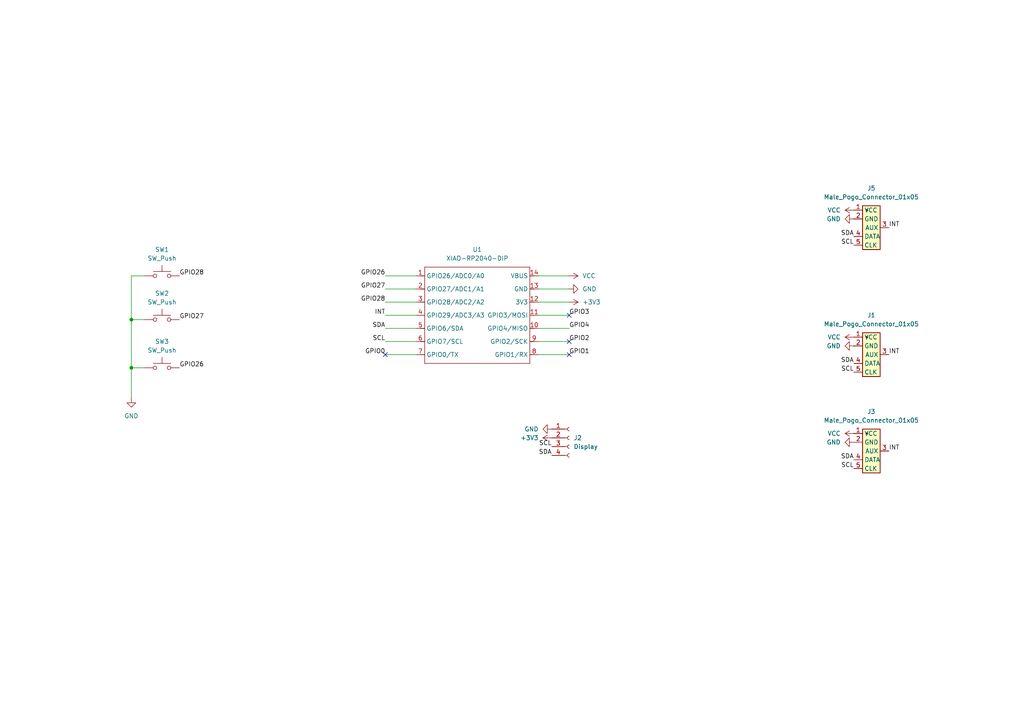
<source format=kicad_sch>
(kicad_sch (version 20250114) (generator "eeschema") (generator_version "9.0")
  (paper "A4")
  (lib_symbols
    (symbol "Conn_Pogo:Male_Pogo_Connector_01x05"
      (property "Reference" "J" (at 0 6.35 0))
      (property "Value" "Male_Pogo_Connector_01x05" (at 0 -8.89 0))
      (symbol "Male_Pogo_Connector_01x05_1_1"
        (rectangle (start -2.54 5.08) (end 2.54 -7.62) (stroke (width 0.254)) (fill (type background)))
        (circle (center -1.27 3.81) (radius 0.254) (fill (type outline)))
        (pin power_in line (at -5.08 3.81 0) (length 2.54) (name "VCC") (number "1"))
        (pin power_in line (at -5.08 1.27 0) (length 2.54) (name "GND") (number "2"))
        (pin bidirectional line (at -5.08 -3.81 0) (length 2.54) (name "DATA") (number "4"))
        (pin bidirectional line (at -5.08 -6.35 0) (length 2.54) (name "CLK") (number "5"))
        (pin bidirectional line (at 5.08 -1.27 180) (length 2.54) (name "AUX") (number "3"))
      )
    )
    (symbol "Connector:Conn_01x04_Socket" (pin_names (offset 1.016) (hide yes))
      (property "Reference" "J" (at 0 5.08 0))
      (property "Value" "Conn_01x04_Socket" (at 0 -7.62 0))
      (symbol "Conn_01x04_Socket_1_1"
        (polyline (pts (xy -1.27 2.54) (xy -0.508 2.54)) (stroke (width 0.1524)))
        (polyline (pts (xy -1.27 0) (xy -0.508 0)) (stroke (width 0.1524)))
        (polyline (pts (xy -1.27 -2.54) (xy -0.508 -2.54)) (stroke (width 0.1524)))
        (polyline (pts (xy -1.27 -5.08) (xy -0.508 -5.08)) (stroke (width 0.1524)))
        (arc (start 0 2.032) (mid -0.5058 2.54) (end 0 3.048) (stroke (width 0.1524)))
        (arc (start 0 -0.508) (mid -0.5058 0) (end 0 0.508) (stroke (width 0.1524)))
        (arc (start 0 -3.048) (mid -0.5058 -2.54) (end 0 -2.032) (stroke (width 0.1524)))
        (arc (start 0 -5.588) (mid -0.5058 -5.08) (end 0 -4.572) (stroke (width 0.1524)))
        (pin passive line (at -5.08 2.54 0) (length 3.81) (name "Pin_1") (number "1"))
        (pin passive line (at -5.08 0 0) (length 3.81) (name "Pin_2") (number "2"))
        (pin passive line (at -5.08 -2.54 0) (length 3.81) (name "Pin_3") (number "3"))
        (pin passive line (at -5.08 -5.08 0) (length 3.81) (name "Pin_4") (number "4"))
      )
    )
    (symbol "Seeed-Studio-Xiao:XIAO-RP2040-DIP"
      (property "Reference" "U" (at 0 0 0))
      (property "Value" "XIAO-RP2040-DIP" (at 5.334 -1.778 0))
      (symbol "XIAO-RP2040-DIP_1_0"
        (polyline (pts (xy -1.27 -2.54) (xy 29.21 -2.54)) (stroke (width 0.1524)))
        (polyline (pts (xy -1.27 -5.08) (xy -2.54 -5.08)) (stroke (width 0.1524)))
        (polyline (pts (xy -1.27 -5.08) (xy -1.27 -2.54)) (stroke (width 0.1524)))
        (polyline (pts (xy -1.27 -8.89) (xy -2.54 -8.89)) (stroke (width 0.1524)))
        (polyline (pts (xy -1.27 -8.89) (xy -1.27 -5.08)) (stroke (width 0.1524)))
        (polyline (pts (xy -1.27 -12.7) (xy -2.54 -12.7)) (stroke (width 0.1524)))
        (polyline (pts (xy -1.27 -12.7) (xy -1.27 -8.89)) (stroke (width 0.1524)))
        (polyline (pts (xy -1.27 -16.51) (xy -2.54 -16.51)) (stroke (width 0.1524)))
        (polyline (pts (xy -1.27 -16.51) (xy -1.27 -12.7)) (stroke (width 0.1524)))
        (polyline (pts (xy -1.27 -20.32) (xy -2.54 -20.32)) (stroke (width 0.1524)))
        (polyline (pts (xy -1.27 -24.13) (xy -2.54 -24.13)) (stroke (width 0.1524)))
        (polyline (pts (xy -1.27 -27.94) (xy -2.54 -27.94)) (stroke (width 0.1524)))
        (polyline (pts (xy -1.27 -30.48) (xy -1.27 -16.51)) (stroke (width 0.1524)))
        (polyline (pts (xy 29.21 -2.54) (xy 29.21 -5.08)) (stroke (width 0.1524)))
        (polyline (pts (xy 29.21 -5.08) (xy 29.21 -8.89)) (stroke (width 0.1524)))
        (polyline (pts (xy 29.21 -8.89) (xy 29.21 -12.7)) (stroke (width 0.1524)))
        (polyline (pts (xy 29.21 -12.7) (xy 29.21 -30.48)) (stroke (width 0.1524)))
        (polyline (pts (xy 29.21 -30.48) (xy -1.27 -30.48)) (stroke (width 0.1524)))
        (polyline (pts (xy 30.48 -5.08) (xy 29.21 -5.08)) (stroke (width 0.1524)))
        (polyline (pts (xy 30.48 -8.89) (xy 29.21 -8.89)) (stroke (width 0.1524)))
        (polyline (pts (xy 30.48 -12.7) (xy 29.21 -12.7)) (stroke (width 0.1524)))
        (polyline (pts (xy 30.48 -16.51) (xy 29.21 -16.51)) (stroke (width 0.1524)))
        (polyline (pts (xy 30.48 -20.32) (xy 29.21 -20.32)) (stroke (width 0.1524)))
        (polyline (pts (xy 30.48 -24.13) (xy 29.21 -24.13)) (stroke (width 0.1524)))
        (polyline (pts (xy 30.48 -27.94) (xy 29.21 -27.94)) (stroke (width 0.1524)))
        (pin passive line (at -3.81 -5.08 0) (length 2.54) (name "GPIO26/ADC0/A0") (number "1"))
        (pin passive line (at -3.81 -8.89 0) (length 2.54) (name "GPIO27/ADC1/A1") (number "2"))
        (pin passive line (at -3.81 -12.7 0) (length 2.54) (name "GPIO28/ADC2/A2") (number "3"))
        (pin passive line (at -3.81 -16.51 0) (length 2.54) (name "GPIO29/ADC3/A3") (number "4"))
        (pin passive line (at -3.81 -20.32 0) (length 2.54) (name "GPIO6/SDA") (number "5"))
        (pin passive line (at -3.81 -24.13 0) (length 2.54) (name "GPIO7/SCL") (number "6"))
        (pin passive line (at -3.81 -27.94 0) (length 2.54) (name "GPIO0/TX") (number "7"))
        (pin passive line (at 31.75 -5.08 180) (length 2.54) (name "VBUS") (number "14"))
        (pin passive line (at 31.75 -8.89 180) (length 2.54) (name "GND") (number "13"))
        (pin passive line (at 31.75 -12.7 180) (length 2.54) (name "3V3") (number "12"))
        (pin passive line (at 31.75 -16.51 180) (length 2.54) (name "GPIO3/MOSI") (number "11"))
        (pin passive line (at 31.75 -20.32 180) (length 2.54) (name "GPIO4/MISO") (number "10"))
        (pin passive line (at 31.75 -24.13 180) (length 2.54) (name "GPIO2/SCK") (number "9"))
        (pin passive line (at 31.75 -27.94 180) (length 2.54) (name "GPIO1/RX") (number "8"))
      )
    )
    (symbol "Switch:SW_Push" (pin_numbers (hide yes)) (pin_names (offset 1.016) (hide yes))
      (property "Reference" "SW" (at 1.27 2.54 0))
      (property "Value" "SW_Push" (at 0 -1.524 0))
      (symbol "SW_Push_0_1"
        (circle (center -2.032 0) (radius 0.508))
        (polyline (pts (xy 0 1.27) (xy 0 3.048)))
        (circle (center 2.032 0) (radius 0.508))
        (polyline (pts (xy 2.54 1.27) (xy -2.54 1.27)))
        (pin passive line (at -5.08 0 0) (length 2.54) (name "1") (number "1"))
        (pin passive line (at 5.08 0 180) (length 2.54) (name "2") (number "2"))
      )
    )
    (symbol "power:+3V3" (power) (pin_numbers (hide yes)) (pin_names (offset 0) (hide yes))
      (property "Value" "+3V3" (at 0 3.556 0))
      (symbol "+3V3_0_1"
        (polyline (pts (xy -0.762 1.27) (xy 0 2.54)))
        (polyline (pts (xy 0 2.54) (xy 0.762 1.27)))
        (polyline (pts (xy 0 0) (xy 0 2.54)))
      )
      (symbol "+3V3_1_1"
        (pin power_in line (at 0 0 90) (length 0) (name "~") (number "1"))
      )
    )
    (symbol "power:GND" (power) (pin_numbers (hide yes)) (pin_names (offset 0) (hide yes))
      (property "Value" "GND" (at 0 -3.81 0))
      (symbol "GND_0_1"
        (polyline (pts (xy 0 0) (xy 0 -1.27) (xy 1.27 -1.27) (xy 0 -2.54) (xy -1.27 -1.27) (xy 0 -1.27)))
      )
      (symbol "GND_1_1"
        (pin power_in line (at 0 0 270) (length 0) (name "~") (number "1"))
      )
    )
    (symbol "power:VCC" (power) (pin_numbers (hide yes)) (pin_names (offset 0) (hide yes))
      (property "Value" "VCC" (at 0 3.556 0))
      (symbol "VCC_0_1"
        (polyline (pts (xy -0.762 1.27) (xy 0 2.54)))
        (polyline (pts (xy 0 2.54) (xy 0.762 1.27)))
        (polyline (pts (xy 0 0) (xy 0 2.54)))
      )
      (symbol "VCC_1_1"
        (pin power_in line (at 0 0 90) (length 0) (name "~") (number "1"))
      )
    )
  )
  (junction (at 38.1 92.71))
  (junction (at 38.1 106.68))
  (no_connect (at 165.1 102.87))
  (no_connect (at 165.1 99.06))
  (no_connect (at 111.76 102.87))
  (no_connect (at 165.1 91.44))
  (wire (pts (xy 38.1 92.71) (xy 41.91 92.71)))
  (wire (pts (xy 156.21 87.63) (xy 165.1 87.63)))
  (wire (pts (xy 156.21 95.25) (xy 165.1 95.25)))
  (wire (pts (xy 111.76 102.87) (xy 120.65 102.87)))
  (wire (pts (xy 111.76 87.63) (xy 120.65 87.63)))
  (wire (pts (xy 111.76 83.82) (xy 120.65 83.82)))
  (wire (pts (xy 111.76 95.25) (xy 120.65 95.25)))
  (wire (pts (xy 156.21 83.82) (xy 165.1 83.82)))
  (wire (pts (xy 38.1 92.71) (xy 38.1 106.68)))
  (wire (pts (xy 156.21 102.87) (xy 165.1 102.87)))
  (wire (pts (xy 41.91 80.01) (xy 38.1 80.01)))
  (wire (pts (xy 156.21 99.06) (xy 165.1 99.06)))
  (wire (pts (xy 111.76 80.01) (xy 120.65 80.01)))
  (wire (pts (xy 38.1 106.68) (xy 41.91 106.68)))
  (wire (pts (xy 38.1 106.68) (xy 38.1 115.57)))
  (wire (pts (xy 156.21 91.44) (xy 165.1 91.44)))
  (wire (pts (xy 111.76 99.06) (xy 120.65 99.06)))
  (wire (pts (xy 111.76 91.44) (xy 120.65 91.44)))
  (wire (pts (xy 156.21 80.01) (xy 165.1 80.01)))
  (wire (pts (xy 38.1 80.01) (xy 38.1 92.71)))
  (label "GPIO26" (at 111.76 80.01 180))
  (label "SCL" (at 111.76 99.06 180))
  (label "INT" (at 111.76 91.44 180))
  (label "SDA" (at 111.76 95.25 180))
  (label "GPIO27" (at 52.07 92.71 0))
  (label "INT" (at 257.81 102.87 0))
  (label "GPIO27" (at 111.76 83.82 180))
  (label "INT" (at 257.81 130.81 0))
  (label "GPIO1" (at 165.1 102.87 0))
  (label "GPIO28" (at 52.07 80.01 0))
  (label "SDA" (at 247.65 133.35 180))
  (label "SDA" (at 160.02 132.08 180))
  (label "SDA" (at 247.65 105.41 180))
  (label "GPIO26" (at 52.07 106.68 0))
  (label "SCL" (at 247.65 71.12 180))
  (label "GPIO0" (at 111.76 102.87 180))
  (label "SCL" (at 247.65 135.89 180))
  (label "GPIO3" (at 165.1 91.44 0))
  (label "GPIO4" (at 165.1 95.25 0))
  (label "SDA" (at 247.65 68.58 180))
  (label "SCL" (at 247.65 107.95 180))
  (label "INT" (at 257.81 66.04 0))
  (label "GPIO28" (at 111.76 87.63 180))
  (label "SCL" (at 160.02 129.54 180))
  (label "GPIO2" (at 165.1 99.06 0))
  (symbol (lib_id "Conn_Pogo:Male_Pogo_Connector_01x05") (at 252.73 64.77 0) (unit 1)
    (property "Reference" "J5" (at 252.73 54.61 0))
    (property "Value" "Male_Pogo_Connector_01x05" (at 252.73 57.15 0))
    (property "Footprint" "Connector_PinHeader_2.54mm:PinHeader_1x05_P2.54mm_Vertical" (effects (hide yes)))
  )
  (symbol (lib_id "power:+3V3") (at 160.02 127 90) (unit 1)
    (property "Reference" "#PWR07" (effects (hide yes)))
    (property "Value" "+3V3" (at 156.21 126.9999 90) (effects (justify left)))
    (property "Description" "Power symbol creates a global label with name \"+3V3\"" (effects (hide yes)))
  )
  (symbol (lib_id "Conn_Pogo:Male_Pogo_Connector_01x05") (at 252.73 101.6 0) (unit 1)
    (property "Reference" "J1" (at 252.73 91.44 0))
    (property "Value" "Male_Pogo_Connector_01x05" (at 252.73 93.98 0))
    (property "Footprint" "Connector_PinHeader_2.54mm:PinHeader_1x05_P2.54mm_Vertical" (effects (hide yes)))
  )
  (symbol (lib_id "power:GND") (at 160.02 124.46 270) (unit 1)
    (property "Reference" "#PWR06" (effects (hide yes)))
    (property "Value" "GND" (at 156.21 124.4599 90) (effects (justify right)))
    (property "Description" "Power symbol creates a global label with name \"GND\" , ground" (effects (hide yes)))
  )
  (symbol (lib_id "Switch:SW_Push") (at 46.99 106.68 0) (unit 1)
    (property "Reference" "SW3" (at 46.99 99.06 0))
    (property "Value" "SW_Push" (at 46.99 101.6 0))
    (property "Footprint" "Button_Switch_Keyboard:SW_Cherry_MX_1.00u_PCB" (effects (hide yes)))
    (property "Description" "Push button switch, generic, two pins" (effects (hide yes)))
  )
  (symbol (lib_id "power:GND") (at 247.65 128.27 270) (unit 1)
    (property "Reference" "#PWR012" (effects (hide yes)))
    (property "Value" "GND" (at 243.84 128.2699 90) (effects (justify right)))
    (property "Description" "Power symbol creates a global label with name \"GND\" , ground" (effects (hide yes)))
  )
  (symbol (lib_id "power:GND") (at 165.1 83.82 90) (unit 1)
    (property "Reference" "#PWR02" (effects (hide yes)))
    (property "Value" "GND" (at 168.91 83.8199 90) (effects (justify right)))
    (property "Description" "Power symbol creates a global label with name \"GND\" , ground" (effects (hide yes)))
  )
  (symbol (lib_id "power:GND") (at 38.1 115.57 0) (unit 1)
    (property "Reference" "#PWR08" (effects (hide yes)))
    (property "Value" "GND" (at 38.1 120.65 0))
    (property "Description" "Power symbol creates a global label with name \"GND\" , ground" (effects (hide yes)))
  )
  (symbol (lib_id "power:GND") (at 247.65 63.5 270) (unit 1)
    (property "Reference" "#PWR016" (effects (hide yes)))
    (property "Value" "GND" (at 243.84 63.4999 90) (effects (justify right)))
    (property "Description" "Power symbol creates a global label with name \"GND\" , ground" (effects (hide yes)))
  )
  (symbol (lib_id "power:+3V3") (at 165.1 87.63 270) (unit 1)
    (property "Reference" "#PWR05" (effects (hide yes)))
    (property "Value" "+3V3" (at 168.91 87.6299 90) (effects (justify left)))
    (property "Description" "Power symbol creates a global label with name \"+3V3\"" (effects (hide yes)))
  )
  (symbol (lib_id "power:VCC") (at 247.65 60.96 90) (unit 1)
    (property "Reference" "#PWR015" (effects (hide yes)))
    (property "Value" "VCC" (at 243.84 60.9599 90) (effects (justify left)))
    (property "Description" "Power symbol creates a global label with name \"VCC\"" (effects (hide yes)))
  )
  (symbol (lib_id "Switch:SW_Push") (at 46.99 80.01 0) (unit 1)
    (property "Reference" "SW1" (at 46.99 72.39 0))
    (property "Value" "SW_Push" (at 46.99 74.93 0))
    (property "Footprint" "Button_Switch_Keyboard:SW_Cherry_MX_1.00u_PCB" (effects (hide yes)))
    (property "Description" "Push button switch, generic, two pins" (effects (hide yes)))
  )
  (symbol (lib_id "power:GND") (at 247.65 100.33 270) (unit 1)
    (property "Reference" "#PWR04" (effects (hide yes)))
    (property "Value" "GND" (at 243.84 100.3299 90) (effects (justify right)))
    (property "Description" "Power symbol creates a global label with name \"GND\" , ground" (effects (hide yes)))
  )
  (symbol (lib_id "Connector:Conn_01x04_Socket") (at 165.1 127 0) (unit 1)
    (property "Reference" "J2" (at 166.37 126.9999 0) (effects (justify left)))
    (property "Value" "Display" (at 166.37 129.5399 0) (effects (justify left)))
    (property "Footprint" "SSD1306:SSD1306-0.91-OLED-4pin-128x32" (effects (hide yes)))
    (property "Description" "Generic connector, single row, 01x04, script generated" (effects (hide yes)))
  )
  (symbol (lib_id "power:VCC") (at 247.65 125.73 90) (unit 1)
    (property "Reference" "#PWR011" (effects (hide yes)))
    (property "Value" "VCC" (at 243.84 125.7299 90) (effects (justify left)))
    (property "Description" "Power symbol creates a global label with name \"VCC\"" (effects (hide yes)))
  )
  (symbol (lib_id "power:VCC") (at 165.1 80.01 270) (unit 1)
    (property "Reference" "#PWR01" (effects (hide yes)))
    (property "Value" "VCC" (at 168.91 80.0099 90) (effects (justify left)))
    (property "Description" "Power symbol creates a global label with name \"VCC\"" (effects (hide yes)))
  )
  (symbol (lib_id "Conn_Pogo:Male_Pogo_Connector_01x05") (at 252.73 129.54 0) (unit 1)
    (property "Reference" "J3" (at 252.73 119.38 0))
    (property "Value" "Male_Pogo_Connector_01x05" (at 252.73 121.92 0))
    (property "Footprint" "Connector_PinHeader_2.54mm:PinHeader_1x05_P2.54mm_Vertical" (effects (hide yes)))
  )
  (symbol (lib_id "Seeed-Studio-Xiao:XIAO-RP2040-DIP") (at 124.46 74.93 0) (unit 1)
    (property "Reference" "U1" (at 138.43 72.39 0))
    (property "Value" "XIAO-RP2040-DIP" (at 138.43 74.93 0))
    (property "Footprint" "Module:XIAO-RP2040-DIP" (effects (hide yes)))
  )
  (symbol (lib_id "Switch:SW_Push") (at 46.99 92.71 0) (unit 1)
    (property "Reference" "SW2" (at 46.99 85.09 0))
    (property "Value" "SW_Push" (at 46.99 87.63 0))
    (property "Footprint" "Button_Switch_Keyboard:SW_Cherry_MX_1.00u_PCB" (effects (hide yes)))
    (property "Description" "Push button switch, generic, two pins" (effects (hide yes)))
  )
  (symbol (lib_id "power:VCC") (at 247.65 97.79 90) (unit 1)
    (property "Reference" "#PWR03" (effects (hide yes)))
    (property "Value" "VCC" (at 243.84 97.7899 90) (effects (justify left)))
    (property "Description" "Power symbol creates a global label with name \"VCC\"" (effects (hide yes)))
  )
)
</source>
